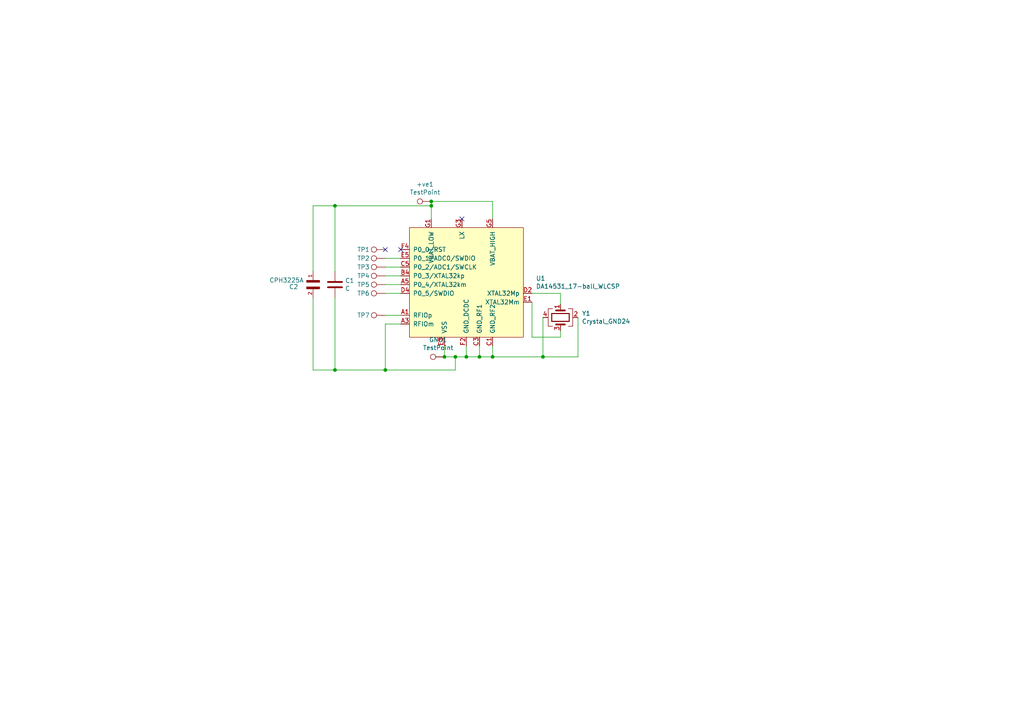
<source format=kicad_sch>
(kicad_sch (version 20230121) (generator eeschema)
  (paper "A4")
  (lib_symbols
    (symbol "CPH3225A:CPH3225A" (pin_names (offset 1.016))
      (property "Reference" "C" (at 0 3.81 0))
      (property "Value" "CPH3225A" (at 0 -5.08 0))
      (symbol "CPH3225A_0_0"
        (rectangle (start 0 -1.905) (end 0.635 1.905) (stroke (width 0.1)) (fill (type outline)))
        (rectangle (start 1.905 -1.905) (end 2.54 1.905) (stroke (width 0.1)) (fill (type outline)))
        (pin passive line (at 5.08 0 180) (length 2.54) (name "~") (number "1"))
        (pin passive line (at -2.54 0 0) (length 2.54) (name "~") (number "2"))
      )
    )
    (symbol "Connector:TestPoint" (pin_numbers hide) (pin_names (offset 0.762) hide)
      (property "Reference" "TP" (at 0 6.858 0))
      (property "Value" "TestPoint" (at 0 5.08 0))
      (symbol "TestPoint_0_1"
        (circle (center 0 3.302) (radius 0.762))
      )
      (symbol "TestPoint_1_1"
        (pin passive line (at 0 0 90) (length 2.54) (name "1") (number "1"))
      )
    )
    (symbol "Device:C" (pin_numbers hide) (pin_names (offset 0.254))
      (property "Reference" "C" (at 0.635 2.54 0))
      (property "Value" "C" (at 0.635 -2.54 0))
      (symbol "C_0_1"
        (polyline (pts (xy -2.032 -0.762) (xy 2.032 -0.762)) (stroke (width 0.508)))
        (polyline (pts (xy -2.032 0.762) (xy 2.032 0.762)) (stroke (width 0.508)))
      )
      (symbol "C_1_1"
        (pin passive line (at 0 3.81 270) (length 2.794) (name "~") (number "1"))
        (pin passive line (at 0 -3.81 90) (length 2.794) (name "~") (number "2"))
      )
    )
    (symbol "Device:Crystal_GND24" (pin_names (offset 1.016) hide)
      (property "Reference" "Y" (at 3.175 5.08 0))
      (property "Value" "Crystal_GND24" (at 3.175 3.175 0))
      (symbol "Crystal_GND24_0_1"
        (rectangle (start -1.143 2.54) (end 1.143 -2.54) (stroke (width 0.3048)))
        (polyline (pts (xy -2.54 0) (xy -2.032 0)))
        (polyline (pts (xy -2.032 -1.27) (xy -2.032 1.27)) (stroke (width 0.508)))
        (polyline (pts (xy 0 -3.81) (xy 0 -3.556)))
        (polyline (pts (xy 0 3.556) (xy 0 3.81)))
        (polyline (pts (xy 2.032 -1.27) (xy 2.032 1.27)) (stroke (width 0.508)))
        (polyline (pts (xy 2.032 0) (xy 2.54 0)))
        (polyline (pts (xy -2.54 -2.286) (xy -2.54 -3.556) (xy 2.54 -3.556) (xy 2.54 -2.286)))
        (polyline (pts (xy -2.54 2.286) (xy -2.54 3.556) (xy 2.54 3.556) (xy 2.54 2.286)))
      )
      (symbol "Crystal_GND24_1_1"
        (pin passive line (at -3.81 0 0) (length 1.27) (name "1") (number "1"))
        (pin passive line (at 0 5.08 270) (length 1.27) (name "2") (number "2"))
        (pin passive line (at 3.81 0 180) (length 1.27) (name "3") (number "3"))
        (pin passive line (at 0 -5.08 90) (length 1.27) (name "4") (number "4"))
      )
    )
    (symbol "receiver-rescue:DA14531_17-ball_WLCSP-da14531" (pin_names (offset 1.016))
      (property "Reference" "U" (at 0 0 0))
      (property "Value" "da14531_DA14531_17-ball_WLCSP" (at 0 2.54 0))
      (symbol "DA14531_17-ball_WLCSP-da14531_0_1"
        (rectangle (start -16.51 15.24) (end 16.51 -16.51) (fill (type background)))
      )
      (symbol "DA14531_17-ball_WLCSP-da14531_1_1"
        (pin bidirectional line (at -19.05 -10.16 0) (length 2.54) (name "RFIOp") (number "A1"))
        (pin bidirectional line (at -19.05 -12.7 0) (length 2.54) (name "RFIOm") (number "A3"))
        (pin bidirectional line (at -19.05 -1.27 0) (length 2.54) (name "P0_4/XTAL32km") (number "A5"))
        (pin bidirectional line (at -19.05 1.27 0) (length 2.54) (name "P0_3/XTAL32kp") (number "B4"))
        (pin bidirectional line (at 7.62 -19.05 90) (length 2.54) (name "GND_RF2") (number "C1"))
        (pin bidirectional line (at 3.81 -19.05 90) (length 2.54) (name "GND_RF1") (number "C3"))
        (pin bidirectional line (at -19.05 3.81 0) (length 2.54) (name "P0_2/ADC1/SWCLK") (number "C5"))
        (pin bidirectional line (at 19.05 -3.81 180) (length 2.54) (name "XTAL32Mp") (number "D2"))
        (pin bidirectional line (at -19.05 -3.81 0) (length 2.54) (name "P0_5/SWDIO") (number "D4"))
        (pin bidirectional line (at 19.05 -6.35 180) (length 2.54) (name "XTAL32Mm") (number "E1"))
        (pin bidirectional line (at -6.35 -19.05 90) (length 2.54) (name "VSS") (number "E3"))
        (pin bidirectional line (at -19.05 6.35 0) (length 2.54) (name "P0_1/ADC0/SWDIO") (number "E5"))
        (pin bidirectional line (at 0 -19.05 90) (length 2.54) (name "GND_DCDC") (number "F2"))
        (pin bidirectional line (at -19.05 8.89 0) (length 2.54) (name "P0_0/RST") (number "F4"))
        (pin bidirectional line (at -10.16 17.78 270) (length 2.54) (name "VBAT_LOW") (number "G1"))
        (pin bidirectional line (at -1.27 17.78 270) (length 2.54) (name "LX") (number "G3"))
        (pin bidirectional line (at 7.62 17.78 270) (length 2.54) (name "VBAT_HIGH") (number "G5"))
      )
    )
  )
  (junction (at 111.76 107.315))
  (junction (at 125.095 58.42))
  (junction (at 135.255 103.505))
  (junction (at 97.155 107.315))
  (junction (at 97.155 59.69))
  (junction (at 128.905 103.505))
  (junction (at 139.065 103.505))
  (junction (at 125.095 59.69))
  (junction (at 142.875 103.505))
  (junction (at 157.48 103.505))
  (junction (at 132.08 103.505))
  (no_connect (at 111.76 72.39))
  (no_connect (at 133.985 63.5))
  (no_connect (at 116.205 72.39))
  (wire (pts (xy 162.56 85.09) (xy 162.56 88.265)))
  (wire (pts (xy 142.875 58.42) (xy 125.095 58.42)))
  (wire (pts (xy 90.805 107.315) (xy 97.155 107.315)))
  (wire (pts (xy 116.205 80.01) (xy 111.76 80.01)))
  (wire (pts (xy 132.08 103.505) (xy 135.255 103.505)))
  (wire (pts (xy 116.205 85.09) (xy 111.76 85.09)))
  (wire (pts (xy 111.76 107.315) (xy 132.08 107.315)))
  (wire (pts (xy 97.155 59.69) (xy 90.805 59.69)))
  (wire (pts (xy 128.905 100.33) (xy 128.905 103.505)))
  (wire (pts (xy 125.095 58.42) (xy 125.095 59.69)))
  (wire (pts (xy 125.095 59.69) (xy 125.095 63.5)))
  (wire (pts (xy 90.805 59.69) (xy 90.805 78.74)))
  (wire (pts (xy 154.305 85.09) (xy 162.56 85.09)))
  (wire (pts (xy 162.56 97.79) (xy 162.56 95.885)))
  (wire (pts (xy 111.76 82.55) (xy 116.205 82.55)))
  (wire (pts (xy 97.155 59.69) (xy 125.095 59.69)))
  (wire (pts (xy 97.155 86.36) (xy 97.155 107.315)))
  (wire (pts (xy 111.76 91.44) (xy 116.205 91.44)))
  (wire (pts (xy 142.875 63.5) (xy 142.875 58.42)))
  (wire (pts (xy 139.065 100.33) (xy 139.065 103.505)))
  (wire (pts (xy 154.305 87.63) (xy 154.305 97.79)))
  (wire (pts (xy 90.805 86.36) (xy 90.805 107.315)))
  (wire (pts (xy 167.64 103.505) (xy 157.48 103.505)))
  (wire (pts (xy 97.155 78.74) (xy 97.155 59.69)))
  (wire (pts (xy 111.76 93.98) (xy 111.76 107.315)))
  (wire (pts (xy 157.48 103.505) (xy 157.48 92.075)))
  (wire (pts (xy 135.255 103.505) (xy 139.065 103.505)))
  (wire (pts (xy 167.64 92.075) (xy 167.64 103.505)))
  (wire (pts (xy 154.305 97.79) (xy 162.56 97.79)))
  (wire (pts (xy 142.875 103.505) (xy 142.875 100.33)))
  (wire (pts (xy 135.255 100.33) (xy 135.255 103.505)))
  (wire (pts (xy 142.875 103.505) (xy 157.48 103.505)))
  (wire (pts (xy 97.155 107.315) (xy 111.76 107.315)))
  (wire (pts (xy 132.08 107.315) (xy 132.08 103.505)))
  (wire (pts (xy 111.76 77.47) (xy 116.205 77.47)))
  (wire (pts (xy 111.76 74.93) (xy 116.205 74.93)))
  (wire (pts (xy 116.205 93.98) (xy 111.76 93.98)))
  (wire (pts (xy 128.905 103.505) (xy 132.08 103.505)))
  (wire (pts (xy 139.065 103.505) (xy 142.875 103.505)))
  (symbol (lib_id "receiver-rescue:DA14531_17-ball_WLCSP-da14531") (at 135.255 81.28 0) (unit 1)
    (property "Reference" "U1" (at 155.4226 80.7466 0) (effects (justify left)))
    (property "Value" "DA14531_17-ball_WLCSP" (at 155.4226 83.058 0) (effects (justify left)))
    (property "Footprint" "Library:DA14531_17-ball_WLCSP" (effects hide))
  )
  (symbol (lib_id "Device:Crystal_GND24") (at 162.56 92.075 270) (unit 1)
    (property "Reference" "Y1" (at 168.7576 90.9066 90) (effects (justify left)))
    (property "Value" "Crystal_GND24" (at 168.7576 93.218 90) (effects (justify left)))
    (property "Footprint" "Library:Crystal_SMD_Abracon_ABM13W-4Pin_1.2x1.0mm" (effects hide))
  )
  (symbol (lib_id "Connector:TestPoint") (at 111.76 72.39 90) (unit 1)
    (property "Reference" "TP1" (at 105.41 72.39 90))
    (property "Value" "TestPoint" (effects hide))
    (property "Footprint" "TestPoint:TestPoint_Pad_1.0x1.0mm" (effects hide))
  )
  (symbol (lib_id "Connector:TestPoint") (at 111.76 74.93 90) (unit 1)
    (property "Reference" "TP2" (at 105.41 74.93 90))
    (property "Value" "TestPoint" (effects hide))
    (property "Footprint" "TestPoint:TestPoint_Pad_1.0x1.0mm" (effects hide))
  )
  (symbol (lib_id "Connector:TestPoint") (at 111.76 77.47 90) (unit 1)
    (property "Reference" "TP3" (at 105.41 77.47 90))
    (property "Value" "TestPoint" (effects hide))
    (property "Footprint" "TestPoint:TestPoint_Pad_1.0x1.0mm" (effects hide))
  )
  (symbol (lib_id "Connector:TestPoint") (at 111.76 80.01 90) (unit 1)
    (property "Reference" "TP4" (at 105.41 80.01 90))
    (property "Value" "TestPoint" (effects hide))
    (property "Footprint" "TestPoint:TestPoint_Pad_1.0x1.0mm" (effects hide))
  )
  (symbol (lib_id "Connector:TestPoint") (at 111.76 82.55 90) (unit 1)
    (property "Reference" "TP5" (at 105.41 82.55 90))
    (property "Value" "TestPoint" (effects hide))
    (property "Footprint" "TestPoint:TestPoint_Pad_1.0x1.0mm" (effects hide))
  )
  (symbol (lib_id "Connector:TestPoint") (at 111.76 85.09 90) (unit 1)
    (property "Reference" "TP6" (at 105.41 85.09 90))
    (property "Value" "TestPoint" (effects hide))
    (property "Footprint" "TestPoint:TestPoint_Pad_1.0x1.0mm" (effects hide))
  )
  (symbol (lib_id "Connector:TestPoint") (at 111.76 91.44 90) (unit 1)
    (property "Reference" "TP7" (at 105.41 91.44 90))
    (property "Value" "TestPoint" (effects hide))
    (property "Footprint" "Connector_Wire:SolderWirePad_1x01_SMD_1x2mm" (effects hide))
  )
  (symbol (lib_id "Connector:TestPoint") (at 128.905 103.505 90) (unit 1)
    (property "Reference" "GND1" (at 127.0762 98.552 90))
    (property "Value" "TestPoint" (at 127.0762 100.8634 90))
    (property "Footprint" "TestPoint:TestPoint_Pad_1.0x1.0mm" (effects hide))
  )
  (symbol (lib_id "Connector:TestPoint") (at 125.095 58.42 90) (unit 1)
    (property "Reference" "+ve1" (at 123.2662 53.467 90))
    (property "Value" "TestPoint" (at 123.2662 55.7784 90))
    (property "Footprint" "TestPoint:TestPoint_Pad_1.0x1.0mm" (effects hide))
  )
  (symbol (lib_id "Device:C") (at 97.155 82.55 0) (unit 1)
    (property "Reference" "C1" (at 100.076 81.3816 0) (effects (justify left)))
    (property "Value" "C" (at 100.076 83.693 0) (effects (justify left)))
    (property "Footprint" "Capacitor_SMD:C_0201_0603Metric" (effects hide))
  )
  (symbol (lib_id "CPH3225A:CPH3225A") (at 90.805 83.82 90) (unit 1)
    (property "Reference" "C2" (at 83.82 83.185 90) (effects (justify right)))
    (property "Value" "CPH3225A" (at 78.105 81.28 90) (effects (justify right)))
    (property "Footprint" "Library:CAPCP3225X100N" (effects hide))
    (property "MF" "Seiko Instruments" (effects hide))
    (property "Description" "\n11 mF (EDLC) Supercapacitor 3.3 V 1210 (3225 Metric) - -\n" (effects hide))
    (property "Package" "1210 Seiko" (effects hide))
    (property "Price" "None" (effects hide))
    (property "SnapEDA_Link" "https://www.snapeda.com/parts/CPH3225A/Seiko+Instruments/view-part/?ref=snap" (effects hide))
    (property "MP" "CPH3225A" (effects hide))
    (property "Availability" "In Stock" (effects hide))
    (property "Check_prices" "https://www.snapeda.com/parts/CPH3225A/Seiko+Instruments/view-part/?ref=eda" (effects hide))
  )
)
</source>
